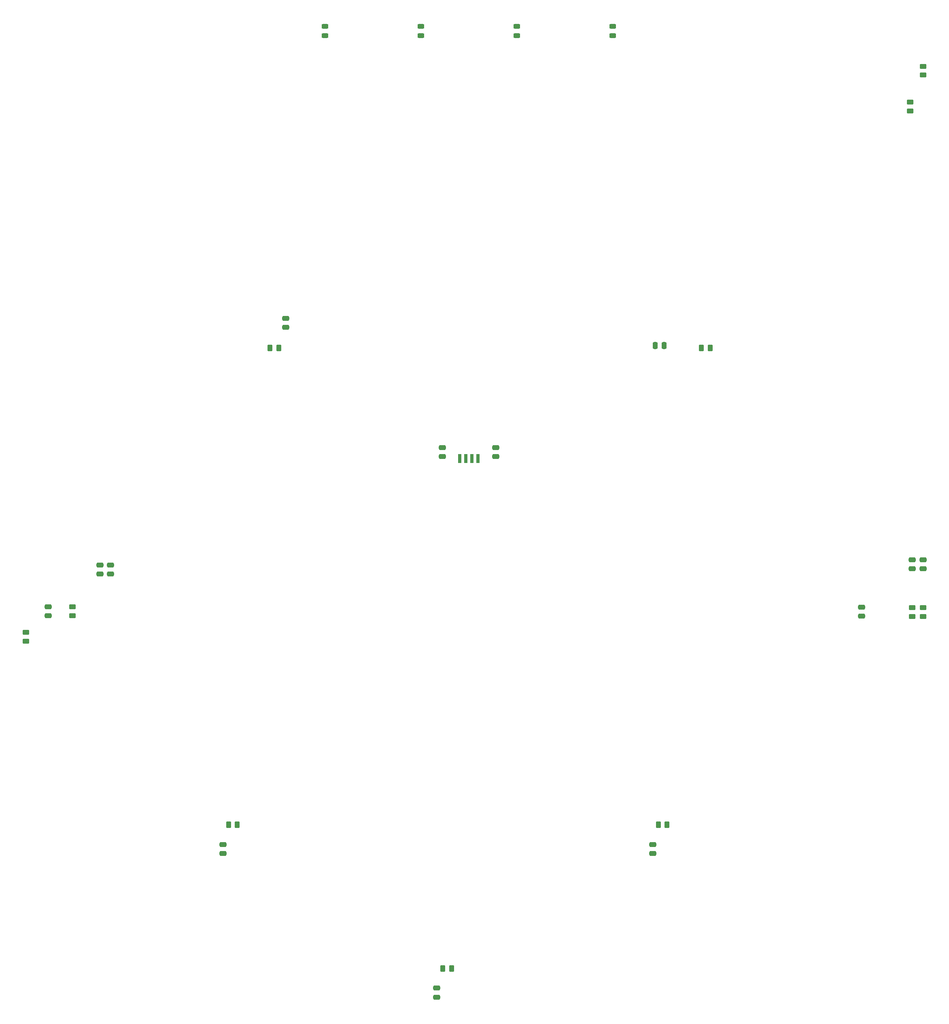
<source format=gbr>
%TF.GenerationSoftware,KiCad,Pcbnew,8.0.3*%
%TF.CreationDate,2024-06-09T22:24:32+02:00*%
%TF.ProjectId,broadcast_clock,62726f61-6463-4617-9374-5f636c6f636b,rev?*%
%TF.SameCoordinates,Original*%
%TF.FileFunction,Paste,Top*%
%TF.FilePolarity,Positive*%
%FSLAX46Y46*%
G04 Gerber Fmt 4.6, Leading zero omitted, Abs format (unit mm)*
G04 Created by KiCad (PCBNEW 8.0.3) date 2024-06-09 22:24:32*
%MOMM*%
%LPD*%
G01*
G04 APERTURE LIST*
G04 Aperture macros list*
%AMRoundRect*
0 Rectangle with rounded corners*
0 $1 Rounding radius*
0 $2 $3 $4 $5 $6 $7 $8 $9 X,Y pos of 4 corners*
0 Add a 4 corners polygon primitive as box body*
4,1,4,$2,$3,$4,$5,$6,$7,$8,$9,$2,$3,0*
0 Add four circle primitives for the rounded corners*
1,1,$1+$1,$2,$3*
1,1,$1+$1,$4,$5*
1,1,$1+$1,$6,$7*
1,1,$1+$1,$8,$9*
0 Add four rect primitives between the rounded corners*
20,1,$1+$1,$2,$3,$4,$5,0*
20,1,$1+$1,$4,$5,$6,$7,0*
20,1,$1+$1,$6,$7,$8,$9,0*
20,1,$1+$1,$8,$9,$2,$3,0*%
G04 Aperture macros list end*
%ADD10RoundRect,0.250000X0.450000X-0.262500X0.450000X0.262500X-0.450000X0.262500X-0.450000X-0.262500X0*%
%ADD11RoundRect,0.250000X-0.475000X0.250000X-0.475000X-0.250000X0.475000X-0.250000X0.475000X0.250000X0*%
%ADD12RoundRect,0.250000X-0.450000X0.262500X-0.450000X-0.262500X0.450000X-0.262500X0.450000X0.262500X0*%
%ADD13RoundRect,0.250000X0.262500X0.450000X-0.262500X0.450000X-0.262500X-0.450000X0.262500X-0.450000X0*%
%ADD14RoundRect,0.243750X0.456250X-0.243750X0.456250X0.243750X-0.456250X0.243750X-0.456250X-0.243750X0*%
%ADD15RoundRect,0.250000X0.250000X0.475000X-0.250000X0.475000X-0.250000X-0.475000X0.250000X-0.475000X0*%
%ADD16RoundRect,0.250000X0.475000X-0.250000X0.475000X0.250000X-0.475000X0.250000X-0.475000X-0.250000X0*%
%ADD17RoundRect,0.250000X-0.262500X-0.450000X0.262500X-0.450000X0.262500X0.450000X-0.262500X0.450000X0*%
%ADD18R,0.700000X1.900000*%
G04 APERTURE END LIST*
D10*
%TO.C,R3*%
X240411000Y-151788500D03*
X240411000Y-149963500D03*
%TD*%
D11*
%TO.C,C2*%
X68199000Y-141036000D03*
X68199000Y-142936000D03*
%TD*%
D12*
%TO.C,R5*%
X238125000Y-149963500D03*
X238125000Y-151788500D03*
%TD*%
D10*
%TO.C,R213*%
X237744000Y-46124500D03*
X237744000Y-44299500D03*
%TD*%
D13*
%TO.C,R7*%
X186840500Y-195326000D03*
X185015500Y-195326000D03*
%TD*%
D12*
%TO.C,R11*%
X240411000Y-36806500D03*
X240411000Y-38631500D03*
%TD*%
D11*
%TO.C,C8*%
X183845200Y-199456000D03*
X183845200Y-201356000D03*
%TD*%
D13*
%TO.C,R10*%
X141780900Y-225348800D03*
X139955900Y-225348800D03*
%TD*%
D14*
%TO.C,D358*%
X135381125Y-30351376D03*
X135381125Y-28476376D03*
%TD*%
D15*
%TO.C,C7*%
X186243000Y-95123000D03*
X184343000Y-95123000D03*
%TD*%
D12*
%TO.C,R1*%
X62484000Y-149811100D03*
X62484000Y-151636100D03*
%TD*%
D11*
%TO.C,C23*%
X139815000Y-116465000D03*
X139815000Y-118365000D03*
%TD*%
D16*
%TO.C,C1*%
X57404000Y-151673600D03*
X57404000Y-149773600D03*
%TD*%
D13*
%TO.C,R8*%
X96924500Y-195326000D03*
X95099500Y-195326000D03*
%TD*%
D16*
%TO.C,C10*%
X107086400Y-91374000D03*
X107086400Y-89474000D03*
%TD*%
D10*
%TO.C,R4*%
X52730400Y-156970100D03*
X52730400Y-155145100D03*
%TD*%
D16*
%TO.C,C6*%
X240385600Y-141818400D03*
X240385600Y-139918400D03*
%TD*%
D11*
%TO.C,C11*%
X138684000Y-229478800D03*
X138684000Y-231378800D03*
%TD*%
D14*
%TO.C,D357*%
X115315125Y-30351376D03*
X115315125Y-28476376D03*
%TD*%
D16*
%TO.C,C4*%
X227533200Y-151724400D03*
X227533200Y-149824400D03*
%TD*%
D14*
%TO.C,D359*%
X155447125Y-30351376D03*
X155447125Y-28476376D03*
%TD*%
D17*
%TO.C,R9*%
X103786300Y-95656400D03*
X105611300Y-95656400D03*
%TD*%
D11*
%TO.C,C22*%
X151015000Y-116465000D03*
X151015000Y-118365000D03*
%TD*%
D16*
%TO.C,C3*%
X238099600Y-141818400D03*
X238099600Y-139918400D03*
%TD*%
D17*
%TO.C,R6*%
X194032500Y-95631000D03*
X195857500Y-95631000D03*
%TD*%
D11*
%TO.C,C9*%
X93929200Y-199456000D03*
X93929200Y-201356000D03*
%TD*%
D14*
%TO.C,D360*%
X175513125Y-30351376D03*
X175513125Y-28476376D03*
%TD*%
D11*
%TO.C,C5*%
X70408800Y-141036000D03*
X70408800Y-142936000D03*
%TD*%
D18*
%TO.C,U15*%
X143510000Y-118814000D03*
X144780000Y-118814000D03*
X146050000Y-118814000D03*
X147320000Y-118814000D03*
%TD*%
M02*

</source>
